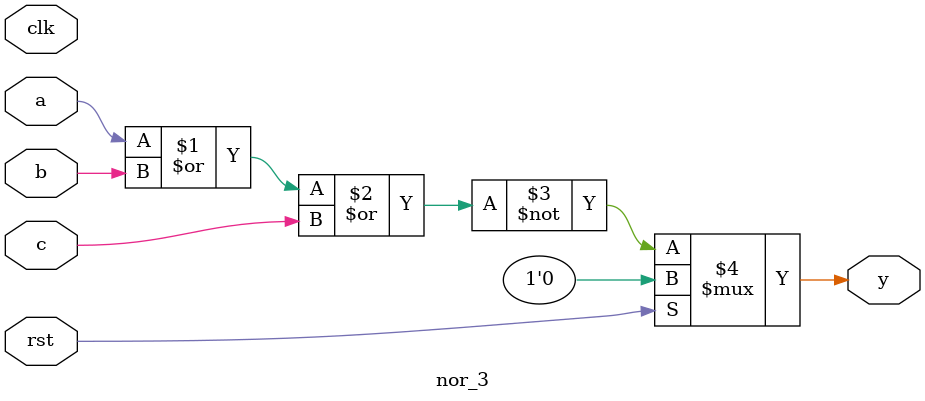
<source format=v>
`timescale 1ns/1ps
`default_nettype none

module nor_3(y, a, b, c, rst, clk);
    parameter delay = 9;
    parameter iv = 1'b0;
    input wire a, b, c, rst, clk;

`ifdef TARGET_FPGA
    output reg y = iv;
    reg next_val = iv;
    reg prev_val = iv;
    wire result;
    
    assign result = ~(a|b|c);

    always @(posedge clk)
    begin
        prev_val = y;
        y = next_val;
    end

    always @(negedge clk)
    begin
        next_val = ((result == prev_val) && (y == iv)) ? iv : result;
    end
`else
    output wire y;
    assign #delay y = (rst) ? iv : ~(a|b|c);
`endif
endmodule

</source>
